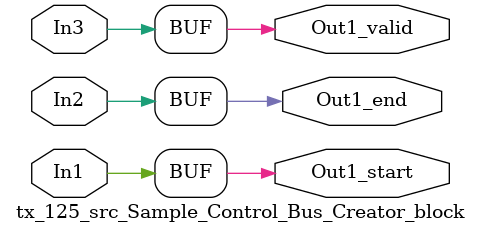
<source format=v>



`timescale 1 ns / 1 ns

module tx_125_src_Sample_Control_Bus_Creator_block
          (In1,
           In2,
           In3,
           Out1_start,
           Out1_end,
           Out1_valid);


  input   In1;
  input   In2;
  input   In3;
  output  Out1_start;
  output  Out1_end;
  output  Out1_valid;




  assign Out1_start = In1;

  assign Out1_end = In2;

  assign Out1_valid = In3;

endmodule  // tx_125_src_Sample_Control_Bus_Creator_block


</source>
